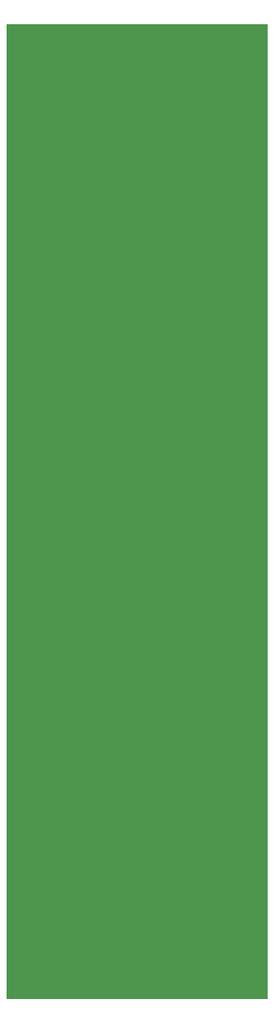
<source format=gbl>
G04*
G04 #@! TF.GenerationSoftware,Altium Limited,Altium Designer,24.2.2 (26)*
G04*
G04 Layer_Physical_Order=2*
G04 Layer_Color=16711680*
%FSLAX26Y26*%
%MOIN*%
G70*
G04*
G04 #@! TF.SameCoordinates,FDBC139A-5E2D-4B48-BD1B-D82F16AABD65*
G04*
G04*
G04 #@! TF.FilePolarity,Positive*
G04*
G01*
G75*
%ADD17R,1.190000X4.430000*%
D17*
X3855000Y4320000D02*
D03*
M02*

</source>
